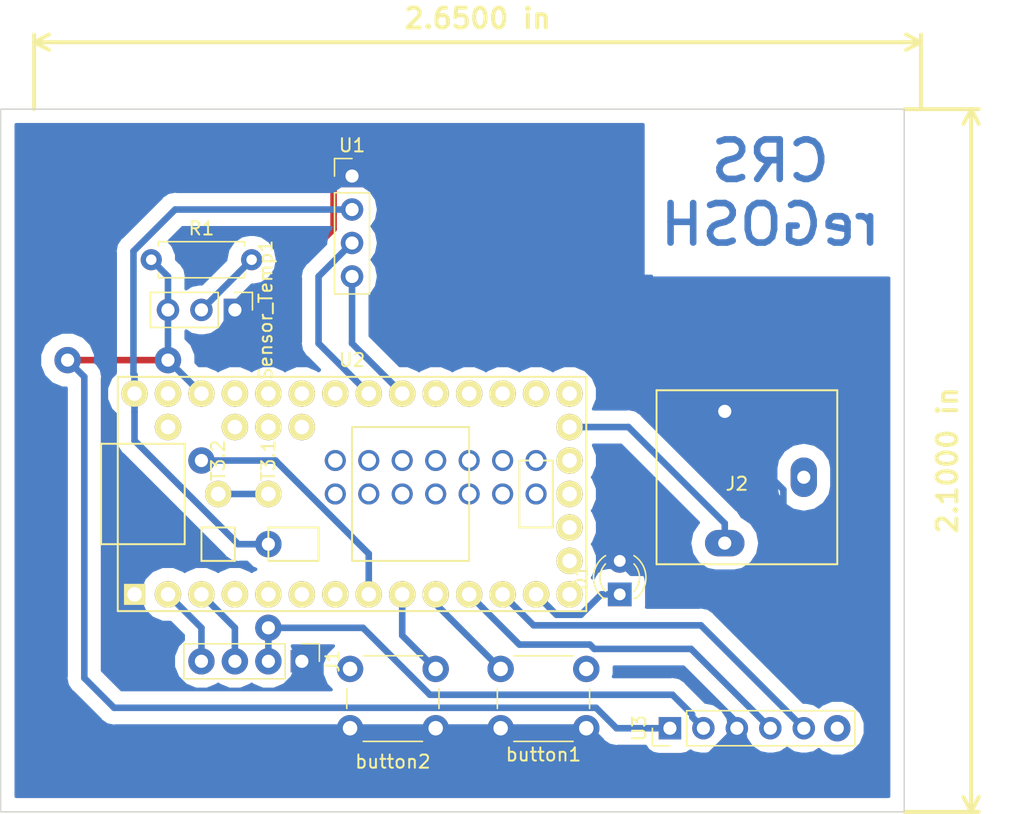
<source format=kicad_pcb>
(kicad_pcb (version 20171130) (host pcbnew 5.0.2+dfsg1-1~bpo9+1)

  (general
    (thickness 1.6)
    (drawings 7)
    (tracks 91)
    (zones 0)
    (modules 10)
    (nets 55)
  )

  (page A4)
  (layers
    (0 F.Cu signal)
    (31 B.Cu signal)
    (32 B.Adhes user)
    (33 F.Adhes user)
    (34 B.Paste user)
    (35 F.Paste user)
    (36 B.SilkS user)
    (37 F.SilkS user)
    (38 B.Mask user)
    (39 F.Mask user)
    (40 Dwgs.User user)
    (41 Cmts.User user)
    (42 Eco1.User user)
    (43 Eco2.User user)
    (44 Edge.Cuts user)
    (45 Margin user)
    (46 B.CrtYd user)
    (47 F.CrtYd user)
    (48 B.Fab user)
    (49 F.Fab user)
  )

  (setup
    (last_trace_width 0.5)
    (trace_clearance 0.3)
    (zone_clearance 1)
    (zone_45_only no)
    (trace_min 0.2)
    (segment_width 0.2)
    (edge_width 0.1)
    (via_size 2)
    (via_drill 1)
    (via_min_size 0.4)
    (via_min_drill 0.3)
    (uvia_size 0.3)
    (uvia_drill 0.1)
    (uvias_allowed no)
    (uvia_min_size 0.2)
    (uvia_min_drill 0.1)
    (pcb_text_width 0.3)
    (pcb_text_size 1.5 1.5)
    (mod_edge_width 0.15)
    (mod_text_size 1 1)
    (mod_text_width 0.15)
    (pad_size 2 2)
    (pad_drill 1)
    (pad_to_mask_clearance 0)
    (solder_mask_min_width 0.25)
    (aux_axis_origin 105.41 107.95)
    (grid_origin 105.41 107.95)
    (visible_elements FFFFFF7F)
    (pcbplotparams
      (layerselection 0x01000_fffffffe)
      (usegerberextensions false)
      (usegerberattributes false)
      (usegerberadvancedattributes false)
      (creategerberjobfile false)
      (excludeedgelayer true)
      (linewidth 0.100000)
      (plotframeref false)
      (viasonmask false)
      (mode 1)
      (useauxorigin true)
      (hpglpennumber 1)
      (hpglpenspeed 20)
      (hpglpendiameter 15.000000)
      (psnegative false)
      (psa4output false)
      (plotreference true)
      (plotvalue true)
      (plotinvisibletext false)
      (padsonsilk false)
      (subtractmaskfromsilk false)
      (outputformat 1)
      (mirror false)
      (drillshape 0)
      (scaleselection 1)
      (outputdirectory "gCode/"))
  )

  (net 0 "")
  (net 1 but1)
  (net 2 GND)
  (net 3 but2)
  (net 4 "Net-(D1-Pad1)")
  (net 5 Vin)
  (net 6 TX1)
  (net 7 RX1)
  (net 8 Audio)
  (net 9 "Net-(J2-PadR)")
  (net 10 +3V3)
  (net 11 Temp)
  (net 12 SDA)
  (net 13 SCL)
  (net 14 "Net-(U2-Pad17)")
  (net 15 "Net-(U2-Pad18)")
  (net 16 "Net-(U2-Pad20)")
  (net 17 "Net-(U2-Pad16)")
  (net 18 "Net-(U2-Pad15)")
  (net 19 "Net-(U2-Pad14)")
  (net 20 "Net-(U2-Pad21)")
  (net 21 "Net-(U2-Pad22)")
  (net 22 "Net-(U2-Pad23)")
  (net 23 "Net-(U2-Pad24)")
  (net 24 "Net-(U2-Pad27)")
  (net 25 "Net-(U2-Pad28)")
  (net 26 "Net-(U2-Pad29)")
  (net 27 "Net-(U2-Pad30)")
  (net 28 "Net-(U2-Pad32)")
  (net 29 "Net-(U2-Pad34)")
  (net 30 "Net-(U2-Pad35)")
  (net 31 "Net-(U2-Pad36)")
  (net 32 "Net-(U2-Pad37)")
  (net 33 TX2)
  (net 34 RX2)
  (net 35 "Net-(U2-Pad7)")
  (net 36 "Net-(U2-Pad6)")
  (net 37 "Net-(U2-Pad5)")
  (net 38 "Net-(U2-Pad4)")
  (net 39 "Net-(U2-Pad38)")
  (net 40 "Net-(U2-Pad39)")
  (net 41 "Net-(U2-Pad40)")
  (net 42 "Net-(U2-Pad41)")
  (net 43 "Net-(U2-Pad42)")
  (net 44 "Net-(U2-Pad43)")
  (net 45 "Net-(U2-Pad44)")
  (net 46 "Net-(U2-Pad45)")
  (net 47 "Net-(U2-Pad46)")
  (net 48 "Net-(U2-Pad47)")
  (net 49 "Net-(U2-Pad48)")
  (net 50 "Net-(U2-Pad49)")
  (net 51 "Net-(U2-Pad50)")
  (net 52 "Net-(U2-Pad51)")
  (net 53 "Net-(U2-Pad52)")
  (net 54 "Net-(U3-Pad6)")

  (net_class Default "Esta é a classe de rede padrão."
    (clearance 0.3)
    (trace_width 0.5)
    (via_dia 2)
    (via_drill 1)
    (uvia_dia 0.3)
    (uvia_drill 0.1)
    (add_net +3V3)
    (add_net Audio)
    (add_net GND)
    (add_net "Net-(D1-Pad1)")
    (add_net "Net-(J2-PadR)")
    (add_net "Net-(U2-Pad14)")
    (add_net "Net-(U2-Pad15)")
    (add_net "Net-(U2-Pad16)")
    (add_net "Net-(U2-Pad17)")
    (add_net "Net-(U2-Pad18)")
    (add_net "Net-(U2-Pad20)")
    (add_net "Net-(U2-Pad21)")
    (add_net "Net-(U2-Pad22)")
    (add_net "Net-(U2-Pad23)")
    (add_net "Net-(U2-Pad24)")
    (add_net "Net-(U2-Pad27)")
    (add_net "Net-(U2-Pad28)")
    (add_net "Net-(U2-Pad29)")
    (add_net "Net-(U2-Pad30)")
    (add_net "Net-(U2-Pad32)")
    (add_net "Net-(U2-Pad34)")
    (add_net "Net-(U2-Pad35)")
    (add_net "Net-(U2-Pad36)")
    (add_net "Net-(U2-Pad37)")
    (add_net "Net-(U2-Pad38)")
    (add_net "Net-(U2-Pad39)")
    (add_net "Net-(U2-Pad4)")
    (add_net "Net-(U2-Pad40)")
    (add_net "Net-(U2-Pad41)")
    (add_net "Net-(U2-Pad42)")
    (add_net "Net-(U2-Pad43)")
    (add_net "Net-(U2-Pad44)")
    (add_net "Net-(U2-Pad45)")
    (add_net "Net-(U2-Pad46)")
    (add_net "Net-(U2-Pad47)")
    (add_net "Net-(U2-Pad48)")
    (add_net "Net-(U2-Pad49)")
    (add_net "Net-(U2-Pad5)")
    (add_net "Net-(U2-Pad50)")
    (add_net "Net-(U2-Pad51)")
    (add_net "Net-(U2-Pad52)")
    (add_net "Net-(U2-Pad6)")
    (add_net "Net-(U2-Pad7)")
    (add_net "Net-(U3-Pad6)")
    (add_net RX1)
    (add_net RX2)
    (add_net SCL)
    (add_net SDA)
    (add_net TX1)
    (add_net TX2)
    (add_net Temp)
    (add_net Vin)
    (add_net but1)
    (add_net but2)
  )

  (module Personal:AudioJack (layer F.Cu) (tedit 5D41FB4A) (tstamp 5D5A646B)
    (at 168.91 80.01)
    (path /5D41B862)
    (fp_text reference J2 (at -5.08 0.5) (layer F.SilkS)
      (effects (font (size 1 1) (thickness 0.15)))
    )
    (fp_text value AudioJack3 (at -5.08 -0.5 90) (layer F.Fab)
      (effects (font (size 1 1) (thickness 0.15)))
    )
    (fp_line (start -11.176 -6.604) (end 2.54 -6.604) (layer F.SilkS) (width 0.15))
    (fp_line (start 2.54 -6.604) (end 2.54 6.604) (layer F.SilkS) (width 0.15))
    (fp_line (start 2.54 6.604) (end -11.176 6.604) (layer F.SilkS) (width 0.15))
    (fp_line (start -11.176 6.604) (end -11.176 -6.604) (layer F.SilkS) (width 0.15))
    (pad S thru_hole oval (at -6 -5) (size 3 2) (drill 1) (layers *.Cu *.Mask)
      (net 2 GND))
    (pad T thru_hole oval (at -6 5) (size 3 2) (drill 1) (layers *.Cu *.Mask)
      (net 8 Audio))
    (pad R thru_hole oval (at 0 0) (size 2 3) (drill 1) (layers *.Cu *.Mask)
      (net 9 "Net-(J2-PadR)"))
  )

  (module teensy_library-master:Teensy30_31_32_LC (layer F.Cu) (tedit 5D420938) (tstamp 5D5A6506)
    (at 134.62 81.28)
    (path /5D41C6BD)
    (fp_text reference U2 (at 0 -10.16) (layer F.SilkS)
      (effects (font (size 1 1) (thickness 0.15)))
    )
    (fp_text value Teensy3.2 (at 0 10.16) (layer F.Fab)
      (effects (font (size 1 1) (thickness 0.15)))
    )
    (fp_text user T3.2 (at -10.16 -2.54 90) (layer F.SilkS)
      (effects (font (size 1 1) (thickness 0.15)))
    )
    (fp_text user T3.1 (at -6.35 -2.54 90) (layer F.SilkS)
      (effects (font (size 1 1) (thickness 0.15)))
    )
    (fp_line (start -17.78 3.81) (end -19.05 3.81) (layer F.SilkS) (width 0.15))
    (fp_line (start -19.05 3.81) (end -19.05 -3.81) (layer F.SilkS) (width 0.15))
    (fp_line (start -19.05 -3.81) (end -17.78 -3.81) (layer F.SilkS) (width 0.15))
    (fp_line (start -6.35 5.08) (end -2.54 5.08) (layer F.SilkS) (width 0.15))
    (fp_line (start -2.54 5.08) (end -2.54 2.54) (layer F.SilkS) (width 0.15))
    (fp_line (start -2.54 2.54) (end -6.35 2.54) (layer F.SilkS) (width 0.15))
    (fp_line (start -6.35 2.54) (end -6.35 5.08) (layer F.SilkS) (width 0.15))
    (fp_line (start -12.7 3.81) (end -12.7 -3.81) (layer F.SilkS) (width 0.15))
    (fp_line (start -12.7 -3.81) (end -17.78 -3.81) (layer F.SilkS) (width 0.15))
    (fp_line (start -12.7 3.81) (end -17.78 3.81) (layer F.SilkS) (width 0.15))
    (fp_line (start -11.43 5.08) (end -8.89 5.08) (layer F.SilkS) (width 0.15))
    (fp_line (start -8.89 5.08) (end -8.89 2.54) (layer F.SilkS) (width 0.15))
    (fp_line (start -8.89 2.54) (end -11.43 2.54) (layer F.SilkS) (width 0.15))
    (fp_line (start -11.43 2.54) (end -11.43 5.08) (layer F.SilkS) (width 0.15))
    (fp_line (start 15.24 -2.54) (end 15.24 2.54) (layer F.SilkS) (width 0.15))
    (fp_line (start 15.24 2.54) (end 12.7 2.54) (layer F.SilkS) (width 0.15))
    (fp_line (start 12.7 2.54) (end 12.7 -2.54) (layer F.SilkS) (width 0.15))
    (fp_line (start 12.7 -2.54) (end 15.24 -2.54) (layer F.SilkS) (width 0.15))
    (fp_line (start 8.89 5.08) (end 8.89 -5.08) (layer F.SilkS) (width 0.15))
    (fp_line (start 0 -5.08) (end 0 5.08) (layer F.SilkS) (width 0.15))
    (fp_line (start 8.89 -5.08) (end 0 -5.08) (layer F.SilkS) (width 0.15))
    (fp_line (start 8.89 5.08) (end 0 5.08) (layer F.SilkS) (width 0.15))
    (fp_line (start -17.78 -8.89) (end 17.78 -8.89) (layer F.SilkS) (width 0.15))
    (fp_line (start 17.78 -8.89) (end 17.78 8.89) (layer F.SilkS) (width 0.15))
    (fp_line (start 17.78 8.89) (end -17.78 8.89) (layer F.SilkS) (width 0.15))
    (fp_line (start -17.78 8.89) (end -17.78 -8.89) (layer F.SilkS) (width 0.15))
    (pad 17 thru_hole circle (at 16.51 0) (size 2 2) (drill 1.1) (layers *.Cu *.Mask F.SilkS)
      (net 14 "Net-(U2-Pad17)"))
    (pad 18 thru_hole circle (at 16.51 -2.54) (size 2 2) (drill 1.1) (layers *.Cu *.Mask F.SilkS)
      (net 15 "Net-(U2-Pad18)"))
    (pad 19 thru_hole circle (at 16.51 -5.08) (size 2 2) (drill 1.1) (layers *.Cu *.Mask F.SilkS)
      (net 8 Audio))
    (pad 20 thru_hole circle (at 16.51 -7.62) (size 2 2) (drill 1.1) (layers *.Cu *.Mask F.SilkS)
      (net 16 "Net-(U2-Pad20)"))
    (pad 16 thru_hole circle (at 16.51 2.54) (size 2 2) (drill 1.1) (layers *.Cu *.Mask F.SilkS)
      (net 17 "Net-(U2-Pad16)"))
    (pad 15 thru_hole circle (at 16.51 5.08) (size 2 2) (drill 1.1) (layers *.Cu *.Mask F.SilkS)
      (net 18 "Net-(U2-Pad15)"))
    (pad 14 thru_hole circle (at 16.51 7.62) (size 2 2) (drill 1.1) (layers *.Cu *.Mask F.SilkS)
      (net 19 "Net-(U2-Pad14)"))
    (pad 21 thru_hole circle (at 13.97 -7.62) (size 2 2) (drill 1.1) (layers *.Cu *.Mask F.SilkS)
      (net 20 "Net-(U2-Pad21)"))
    (pad 22 thru_hole circle (at 11.43 -7.62) (size 2 2) (drill 1.1) (layers *.Cu *.Mask F.SilkS)
      (net 21 "Net-(U2-Pad22)"))
    (pad 23 thru_hole circle (at 8.89 -7.62) (size 2 2) (drill 1.1) (layers *.Cu *.Mask F.SilkS)
      (net 22 "Net-(U2-Pad23)"))
    (pad 24 thru_hole circle (at 6.35 -7.62) (size 2 2) (drill 1.1) (layers *.Cu *.Mask F.SilkS)
      (net 23 "Net-(U2-Pad24)"))
    (pad 25 thru_hole circle (at 3.81 -7.62) (size 2 2) (drill 1.1) (layers *.Cu *.Mask F.SilkS)
      (net 12 SDA))
    (pad 26 thru_hole circle (at 1.27 -7.62) (size 2 2) (drill 1.1) (layers *.Cu *.Mask F.SilkS)
      (net 13 SCL))
    (pad 27 thru_hole circle (at -1.27 -7.62) (size 2 2) (drill 1.1) (layers *.Cu *.Mask F.SilkS)
      (net 24 "Net-(U2-Pad27)"))
    (pad 28 thru_hole circle (at -3.81 -7.62) (size 2 2) (drill 1.1) (layers *.Cu *.Mask F.SilkS)
      (net 25 "Net-(U2-Pad28)"))
    (pad 29 thru_hole circle (at -6.35 -7.62) (size 2 2) (drill 1.1) (layers *.Cu *.Mask F.SilkS)
      (net 26 "Net-(U2-Pad29)"))
    (pad 30 thru_hole circle (at -8.89 -7.62) (size 2 2) (drill 1.1) (layers *.Cu *.Mask F.SilkS)
      (net 27 "Net-(U2-Pad30)"))
    (pad 31 thru_hole circle (at -11.43 -7.62) (size 2 2) (drill 1.1) (layers *.Cu *.Mask F.SilkS)
      (net 10 +3V3))
    (pad 32 thru_hole circle (at -13.97 -7.62) (size 2 2) (drill 1.1) (layers *.Cu *.Mask F.SilkS)
      (net 28 "Net-(U2-Pad32)"))
    (pad 33 thru_hole circle (at -16.51 -7.62) (size 2 2) (drill 1.1) (layers *.Cu *.Mask F.SilkS)
      (net 5 Vin))
    (pad 34 thru_hole circle (at -13.97 -5.08) (size 2 2) (drill 1.1) (layers *.Cu *.Mask F.SilkS)
      (net 29 "Net-(U2-Pad34)"))
    (pad 35 thru_hole circle (at -8.89 -5.08) (size 2 2) (drill 1.1) (layers *.Cu *.Mask F.SilkS)
      (net 30 "Net-(U2-Pad35)"))
    (pad 36 thru_hole circle (at -6.35 -5.08) (size 2 2) (drill 1.1) (layers *.Cu *.Mask F.SilkS)
      (net 31 "Net-(U2-Pad36)"))
    (pad 37 thru_hole circle (at -3.81 -5.08) (size 2 2) (drill 1.1) (layers *.Cu *.Mask F.SilkS)
      (net 32 "Net-(U2-Pad37)"))
    (pad 13 thru_hole circle (at 13.97 7.62) (size 2 2) (drill 1.1) (layers *.Cu *.Mask F.SilkS)
      (net 4 "Net-(D1-Pad1)"))
    (pad 12 thru_hole circle (at 11.43 7.62) (size 2 2) (drill 1.1) (layers *.Cu *.Mask F.SilkS)
      (net 33 TX2))
    (pad 11 thru_hole circle (at 8.89 7.62) (size 2 2) (drill 1.1) (layers *.Cu *.Mask F.SilkS)
      (net 34 RX2))
    (pad 10 thru_hole circle (at 6.35 7.62) (size 2 2) (drill 1.1) (layers *.Cu *.Mask F.SilkS)
      (net 1 but1))
    (pad 9 thru_hole circle (at 3.81 7.62) (size 2 2) (drill 1.1) (layers *.Cu *.Mask F.SilkS)
      (net 3 but2))
    (pad 8 thru_hole circle (at 1.27 7.62) (size 2 2) (drill 1.1) (layers *.Cu *.Mask F.SilkS)
      (net 11 Temp))
    (pad 7 thru_hole circle (at -1.27 7.62) (size 2 2) (drill 1.1) (layers *.Cu *.Mask F.SilkS)
      (net 35 "Net-(U2-Pad7)"))
    (pad 6 thru_hole circle (at -3.81 7.62) (size 2 2) (drill 1.1) (layers *.Cu *.Mask F.SilkS)
      (net 36 "Net-(U2-Pad6)"))
    (pad 5 thru_hole circle (at -6.35 7.62) (size 2 2) (drill 1.1) (layers *.Cu *.Mask F.SilkS)
      (net 37 "Net-(U2-Pad5)"))
    (pad 4 thru_hole circle (at -8.89 7.62) (size 2 2) (drill 1.1) (layers *.Cu *.Mask F.SilkS)
      (net 38 "Net-(U2-Pad4)"))
    (pad 3 thru_hole circle (at -11.43 7.62) (size 2 2) (drill 1.1) (layers *.Cu *.Mask F.SilkS)
      (net 6 TX1))
    (pad 2 thru_hole circle (at -13.97 7.62) (size 2 2) (drill 1.1) (layers *.Cu *.Mask F.SilkS)
      (net 7 RX1))
    (pad 1 thru_hole rect (at -16.51 7.62) (size 1.6 1.6) (drill 1.1) (layers *.Cu *.Mask F.SilkS)
      (net 2 GND))
    (pad 38 thru_hole circle (at -1.27 0) (size 1.6 1.6) (drill 1.1) (layers *.Cu *.Mask)
      (net 39 "Net-(U2-Pad38)"))
    (pad 39 thru_hole circle (at 1.27 0) (size 1.6 1.6) (drill 1.1) (layers *.Cu *.Mask)
      (net 40 "Net-(U2-Pad39)"))
    (pad 40 thru_hole circle (at 3.81 0) (size 1.6 1.6) (drill 1.1) (layers *.Cu *.Mask)
      (net 41 "Net-(U2-Pad40)"))
    (pad 41 thru_hole circle (at 6.35 0) (size 1.6 1.6) (drill 1.1) (layers *.Cu *.Mask)
      (net 42 "Net-(U2-Pad41)"))
    (pad 42 thru_hole circle (at 8.89 0) (size 1.6 1.6) (drill 1.1) (layers *.Cu *.Mask)
      (net 43 "Net-(U2-Pad42)"))
    (pad 43 thru_hole circle (at 11.43 0) (size 1.6 1.6) (drill 1.1) (layers *.Cu *.Mask)
      (net 44 "Net-(U2-Pad43)"))
    (pad 44 thru_hole circle (at 13.97 0) (size 1.6 1.6) (drill 1.1) (layers *.Cu *.Mask)
      (net 45 "Net-(U2-Pad44)"))
    (pad 45 thru_hole circle (at 13.97 -2.54) (size 1.6 1.6) (drill 1.1) (layers *.Cu *.Mask)
      (net 46 "Net-(U2-Pad45)"))
    (pad 46 thru_hole circle (at 11.43 -2.54) (size 1.6 1.6) (drill 1.1) (layers *.Cu *.Mask)
      (net 47 "Net-(U2-Pad46)"))
    (pad 47 thru_hole circle (at 8.89 -2.54) (size 1.6 1.6) (drill 1.1) (layers *.Cu *.Mask)
      (net 48 "Net-(U2-Pad47)"))
    (pad 48 thru_hole circle (at 6.35 -2.54) (size 1.6 1.6) (drill 1.1) (layers *.Cu *.Mask)
      (net 49 "Net-(U2-Pad48)"))
    (pad 49 thru_hole circle (at 3.81 -2.54) (size 1.6 1.6) (drill 1.1) (layers *.Cu *.Mask)
      (net 50 "Net-(U2-Pad49)"))
    (pad 50 thru_hole circle (at 1.27 -2.54) (size 1.6 1.6) (drill 1.1) (layers *.Cu *.Mask)
      (net 51 "Net-(U2-Pad50)"))
    (pad 51 thru_hole circle (at -1.27 -2.54) (size 1.6 1.6) (drill 1.1) (layers *.Cu *.Mask)
      (net 52 "Net-(U2-Pad51)"))
    (pad 52 thru_hole circle (at -6.35 0) (size 2 2) (drill 1.1) (layers *.Cu *.Mask F.SilkS)
      (net 53 "Net-(U2-Pad52)"))
    (pad 52 thru_hole circle (at -10.16 0) (size 2 2) (drill 1.1) (layers *.Cu *.Mask F.SilkS)
      (net 53 "Net-(U2-Pad52)"))
  )

  (module Button_Switch_THT:SW_PUSH_6mm (layer F.Cu) (tedit 5A02FE31) (tstamp 5D5A6415)
    (at 152.4 99.06 180)
    (descr https://www.omron.com/ecb/products/pdf/en-b3f.pdf)
    (tags "tact sw push 6mm")
    (path /5D41C854)
    (fp_text reference button1 (at 3.25 -2 180) (layer F.SilkS)
      (effects (font (size 1 1) (thickness 0.15)))
    )
    (fp_text value SW_Push_Dual (at 3.75 6.7 180) (layer F.Fab)
      (effects (font (size 1 1) (thickness 0.15)))
    )
    (fp_text user %R (at 3.25 2.25 180) (layer F.Fab)
      (effects (font (size 1 1) (thickness 0.15)))
    )
    (fp_line (start 3.25 -0.75) (end 6.25 -0.75) (layer F.Fab) (width 0.1))
    (fp_line (start 6.25 -0.75) (end 6.25 5.25) (layer F.Fab) (width 0.1))
    (fp_line (start 6.25 5.25) (end 0.25 5.25) (layer F.Fab) (width 0.1))
    (fp_line (start 0.25 5.25) (end 0.25 -0.75) (layer F.Fab) (width 0.1))
    (fp_line (start 0.25 -0.75) (end 3.25 -0.75) (layer F.Fab) (width 0.1))
    (fp_line (start 7.75 6) (end 8 6) (layer F.CrtYd) (width 0.05))
    (fp_line (start 8 6) (end 8 5.75) (layer F.CrtYd) (width 0.05))
    (fp_line (start 7.75 -1.5) (end 8 -1.5) (layer F.CrtYd) (width 0.05))
    (fp_line (start 8 -1.5) (end 8 -1.25) (layer F.CrtYd) (width 0.05))
    (fp_line (start -1.5 -1.25) (end -1.5 -1.5) (layer F.CrtYd) (width 0.05))
    (fp_line (start -1.5 -1.5) (end -1.25 -1.5) (layer F.CrtYd) (width 0.05))
    (fp_line (start -1.5 5.75) (end -1.5 6) (layer F.CrtYd) (width 0.05))
    (fp_line (start -1.5 6) (end -1.25 6) (layer F.CrtYd) (width 0.05))
    (fp_line (start -1.25 -1.5) (end 7.75 -1.5) (layer F.CrtYd) (width 0.05))
    (fp_line (start -1.5 5.75) (end -1.5 -1.25) (layer F.CrtYd) (width 0.05))
    (fp_line (start 7.75 6) (end -1.25 6) (layer F.CrtYd) (width 0.05))
    (fp_line (start 8 -1.25) (end 8 5.75) (layer F.CrtYd) (width 0.05))
    (fp_line (start 1 5.5) (end 5.5 5.5) (layer F.SilkS) (width 0.12))
    (fp_line (start -0.25 1.5) (end -0.25 3) (layer F.SilkS) (width 0.12))
    (fp_line (start 5.5 -1) (end 1 -1) (layer F.SilkS) (width 0.12))
    (fp_line (start 6.75 3) (end 6.75 1.5) (layer F.SilkS) (width 0.12))
    (fp_circle (center 3.25 2.25) (end 1.25 2.5) (layer F.Fab) (width 0.1))
    (pad 2 thru_hole circle (at 0 4.5 270) (size 2 2) (drill 1.1) (layers *.Cu *.Mask)
      (net 1 but1))
    (pad 1 thru_hole circle (at 0 0 270) (size 2 2) (drill 1.1) (layers *.Cu *.Mask)
      (net 2 GND))
    (pad 2 thru_hole circle (at 6.5 4.5 270) (size 2 2) (drill 1.1) (layers *.Cu *.Mask)
      (net 1 but1))
    (pad 1 thru_hole circle (at 6.5 0 270) (size 2 2) (drill 1.1) (layers *.Cu *.Mask)
      (net 2 GND))
    (model ${KISYS3DMOD}/Button_Switch_THT.3dshapes/SW_PUSH_6mm.wrl
      (at (xyz 0 0 0))
      (scale (xyz 1 1 1))
      (rotate (xyz 0 0 0))
    )
  )

  (module Button_Switch_THT:SW_PUSH_6mm (layer F.Cu) (tedit 5A02FE31) (tstamp 5D5A9069)
    (at 140.97 99.06 180)
    (descr https://www.omron.com/ecb/products/pdf/en-b3f.pdf)
    (tags "tact sw push 6mm")
    (path /5D41C8F8)
    (fp_text reference button2 (at 3.25 -2.54 180) (layer F.SilkS)
      (effects (font (size 1 1) (thickness 0.15)))
    )
    (fp_text value SW_Push_Dual (at 3.75 6.7 180) (layer F.Fab)
      (effects (font (size 1 1) (thickness 0.15)))
    )
    (fp_circle (center 3.25 2.25) (end 1.25 2.5) (layer F.Fab) (width 0.1))
    (fp_line (start 6.75 3) (end 6.75 1.5) (layer F.SilkS) (width 0.12))
    (fp_line (start 5.5 -1) (end 1 -1) (layer F.SilkS) (width 0.12))
    (fp_line (start -0.25 1.5) (end -0.25 3) (layer F.SilkS) (width 0.12))
    (fp_line (start 1 5.5) (end 5.5 5.5) (layer F.SilkS) (width 0.12))
    (fp_line (start 8 -1.25) (end 8 5.75) (layer F.CrtYd) (width 0.05))
    (fp_line (start 7.75 6) (end -1.25 6) (layer F.CrtYd) (width 0.05))
    (fp_line (start -1.5 5.75) (end -1.5 -1.25) (layer F.CrtYd) (width 0.05))
    (fp_line (start -1.25 -1.5) (end 7.75 -1.5) (layer F.CrtYd) (width 0.05))
    (fp_line (start -1.5 6) (end -1.25 6) (layer F.CrtYd) (width 0.05))
    (fp_line (start -1.5 5.75) (end -1.5 6) (layer F.CrtYd) (width 0.05))
    (fp_line (start -1.5 -1.5) (end -1.25 -1.5) (layer F.CrtYd) (width 0.05))
    (fp_line (start -1.5 -1.25) (end -1.5 -1.5) (layer F.CrtYd) (width 0.05))
    (fp_line (start 8 -1.5) (end 8 -1.25) (layer F.CrtYd) (width 0.05))
    (fp_line (start 7.75 -1.5) (end 8 -1.5) (layer F.CrtYd) (width 0.05))
    (fp_line (start 8 6) (end 8 5.75) (layer F.CrtYd) (width 0.05))
    (fp_line (start 7.75 6) (end 8 6) (layer F.CrtYd) (width 0.05))
    (fp_line (start 0.25 -0.75) (end 3.25 -0.75) (layer F.Fab) (width 0.1))
    (fp_line (start 0.25 5.25) (end 0.25 -0.75) (layer F.Fab) (width 0.1))
    (fp_line (start 6.25 5.25) (end 0.25 5.25) (layer F.Fab) (width 0.1))
    (fp_line (start 6.25 -0.75) (end 6.25 5.25) (layer F.Fab) (width 0.1))
    (fp_line (start 3.25 -0.75) (end 6.25 -0.75) (layer F.Fab) (width 0.1))
    (fp_text user %R (at 3.25 2.54 270) (layer F.Fab)
      (effects (font (size 1 1) (thickness 0.15)))
    )
    (pad 1 thru_hole circle (at 6.5 0 270) (size 2 2) (drill 1.1) (layers *.Cu *.Mask)
      (net 2 GND))
    (pad 2 thru_hole circle (at 6.5 4.5 270) (size 2 2) (drill 1.1) (layers *.Cu *.Mask)
      (net 3 but2))
    (pad 1 thru_hole circle (at 0 0 270) (size 2 2) (drill 1.1) (layers *.Cu *.Mask)
      (net 2 GND))
    (pad 2 thru_hole circle (at 0 4.5 270) (size 2 2) (drill 1.1) (layers *.Cu *.Mask)
      (net 3 but2))
    (model ${KISYS3DMOD}/Button_Switch_THT.3dshapes/SW_PUSH_6mm.wrl
      (at (xyz 0 0 0))
      (scale (xyz 1 1 1))
      (rotate (xyz 0 0 0))
    )
  )

  (module LED_THT:LED_D3.0mm_IRBlack (layer F.Cu) (tedit 5A6C9BB8) (tstamp 5D5A6448)
    (at 154.94 88.9 90)
    (descr "IR-ED, diameter 3.0mm, 2 pins, color: black")
    (tags "IR infrared LED diameter 3.0mm 2 pins black")
    (path /5D41C581)
    (fp_text reference D1 (at 1.27 -2.96 90) (layer F.SilkS)
      (effects (font (size 1 1) (thickness 0.15)))
    )
    (fp_text value LED (at 1.27 2.96 90) (layer F.Fab)
      (effects (font (size 1 1) (thickness 0.15)))
    )
    (fp_text user %R (at 1.47 0 90) (layer F.Fab)
      (effects (font (size 0.8 0.8) (thickness 0.12)))
    )
    (fp_line (start -0.23 -1.16619) (end -0.23 1.16619) (layer F.Fab) (width 0.1))
    (fp_line (start -0.29 -1.236) (end -0.29 -1.08) (layer F.SilkS) (width 0.12))
    (fp_line (start -0.29 1.08) (end -0.29 1.236) (layer F.SilkS) (width 0.12))
    (fp_line (start -1.15 -2.25) (end -1.15 2.25) (layer F.CrtYd) (width 0.05))
    (fp_line (start -1.15 2.25) (end 3.7 2.25) (layer F.CrtYd) (width 0.05))
    (fp_line (start 3.7 2.25) (end 3.7 -2.25) (layer F.CrtYd) (width 0.05))
    (fp_line (start 3.7 -2.25) (end -1.15 -2.25) (layer F.CrtYd) (width 0.05))
    (fp_circle (center 1.27 0) (end 2.77 0) (layer F.Fab) (width 0.1))
    (fp_arc (start 1.27 0) (end -0.23 -1.16619) (angle 284.3) (layer F.Fab) (width 0.1))
    (fp_arc (start 1.27 0) (end -0.29 -1.235516) (angle 108.8) (layer F.SilkS) (width 0.12))
    (fp_arc (start 1.27 0) (end -0.29 1.235516) (angle -108.8) (layer F.SilkS) (width 0.12))
    (fp_arc (start 1.27 0) (end 0.229039 -1.08) (angle 87.9) (layer F.SilkS) (width 0.12))
    (fp_arc (start 1.27 0) (end 0.229039 1.08) (angle -87.9) (layer F.SilkS) (width 0.12))
    (pad 1 thru_hole rect (at 0 0 90) (size 1.8 1.8) (drill 0.9) (layers *.Cu *.Mask)
      (net 4 "Net-(D1-Pad1)"))
    (pad 2 thru_hole circle (at 2.54 0 90) (size 1.8 1.8) (drill 0.9) (layers *.Cu *.Mask)
      (net 2 GND))
    (model ${KISYS3DMOD}/LED_THT.3dshapes/LED_D3.0mm_IRBlack.wrl
      (at (xyz 0 0 0))
      (scale (xyz 1 1 1))
      (rotate (xyz 0 0 0))
    )
  )

  (module Connector_PinHeader_2.54mm:PinHeader_1x04_P2.54mm_Vertical (layer F.Cu) (tedit 5D420A01) (tstamp 5D5A6460)
    (at 130.81 93.98 270)
    (descr "Through hole straight pin header, 1x04, 2.54mm pitch, single row")
    (tags "Through hole pin header THT 1x04 2.54mm single row")
    (path /5D41A80D)
    (fp_text reference J1 (at 0 -2.33 270) (layer F.SilkS)
      (effects (font (size 1 1) (thickness 0.15)))
    )
    (fp_text value Sensor_CO2 (at 0 9.95 270) (layer F.Fab)
      (effects (font (size 1 1) (thickness 0.15)))
    )
    (fp_line (start -0.635 -1.27) (end 1.27 -1.27) (layer F.Fab) (width 0.1))
    (fp_line (start 1.27 -1.27) (end 1.27 8.89) (layer F.Fab) (width 0.1))
    (fp_line (start 1.27 8.89) (end -1.27 8.89) (layer F.Fab) (width 0.1))
    (fp_line (start -1.27 8.89) (end -1.27 -0.635) (layer F.Fab) (width 0.1))
    (fp_line (start -1.27 -0.635) (end -0.635 -1.27) (layer F.Fab) (width 0.1))
    (fp_line (start -1.33 8.95) (end 1.33 8.95) (layer F.SilkS) (width 0.12))
    (fp_line (start -1.33 1.27) (end -1.33 8.95) (layer F.SilkS) (width 0.12))
    (fp_line (start 1.33 1.27) (end 1.33 8.95) (layer F.SilkS) (width 0.12))
    (fp_line (start -1.33 1.27) (end 1.33 1.27) (layer F.SilkS) (width 0.12))
    (fp_line (start -1.33 0) (end -1.33 -1.33) (layer F.SilkS) (width 0.12))
    (fp_line (start -1.33 -1.33) (end 0 -1.33) (layer F.SilkS) (width 0.12))
    (fp_line (start -1.8 -1.8) (end -1.8 9.4) (layer F.CrtYd) (width 0.05))
    (fp_line (start -1.8 9.4) (end 1.8 9.4) (layer F.CrtYd) (width 0.05))
    (fp_line (start 1.8 9.4) (end 1.8 -1.8) (layer F.CrtYd) (width 0.05))
    (fp_line (start 1.8 -1.8) (end -1.8 -1.8) (layer F.CrtYd) (width 0.05))
    (fp_text user %R (at 0 3.81) (layer F.Fab)
      (effects (font (size 1 1) (thickness 0.15)))
    )
    (pad 1 thru_hole rect (at 0 0 270) (size 1.7 1.7) (drill 1) (layers *.Cu *.Mask)
      (net 2 GND))
    (pad 2 thru_hole circle (at 0 2.54 270) (size 2 2) (drill 1) (layers *.Cu *.Mask)
      (net 5 Vin))
    (pad 3 thru_hole circle (at 0 5.08 270) (size 2 2) (drill 1) (layers *.Cu *.Mask)
      (net 6 TX1))
    (pad 4 thru_hole circle (at 0 7.62 270) (size 2 2) (drill 1) (layers *.Cu *.Mask)
      (net 7 RX1))
    (model ${KISYS3DMOD}/Connector_PinHeader_2.54mm.3dshapes/PinHeader_1x04_P2.54mm_Vertical.wrl
      (at (xyz 0 0 0))
      (scale (xyz 1 1 1))
      (rotate (xyz 0 0 0))
    )
  )

  (module Resistor_THT:R_Axial_DIN0207_L6.3mm_D2.5mm_P7.62mm_Horizontal (layer F.Cu) (tedit 5AE5139B) (tstamp 5D5A6482)
    (at 119.38 63.5)
    (descr "Resistor, Axial_DIN0207 series, Axial, Horizontal, pin pitch=7.62mm, 0.25W = 1/4W, length*diameter=6.3*2.5mm^2, http://cdn-reichelt.de/documents/datenblatt/B400/1_4W%23YAG.pdf")
    (tags "Resistor Axial_DIN0207 series Axial Horizontal pin pitch 7.62mm 0.25W = 1/4W length 6.3mm diameter 2.5mm")
    (path /5D41CF41)
    (fp_text reference R1 (at 3.81 -2.37) (layer F.SilkS)
      (effects (font (size 1 1) (thickness 0.15)))
    )
    (fp_text value 4.7K (at 3.81 2.37) (layer F.Fab)
      (effects (font (size 1 1) (thickness 0.15)))
    )
    (fp_line (start 0.66 -1.25) (end 0.66 1.25) (layer F.Fab) (width 0.1))
    (fp_line (start 0.66 1.25) (end 6.96 1.25) (layer F.Fab) (width 0.1))
    (fp_line (start 6.96 1.25) (end 6.96 -1.25) (layer F.Fab) (width 0.1))
    (fp_line (start 6.96 -1.25) (end 0.66 -1.25) (layer F.Fab) (width 0.1))
    (fp_line (start 0 0) (end 0.66 0) (layer F.Fab) (width 0.1))
    (fp_line (start 7.62 0) (end 6.96 0) (layer F.Fab) (width 0.1))
    (fp_line (start 0.54 -1.04) (end 0.54 -1.37) (layer F.SilkS) (width 0.12))
    (fp_line (start 0.54 -1.37) (end 7.08 -1.37) (layer F.SilkS) (width 0.12))
    (fp_line (start 7.08 -1.37) (end 7.08 -1.04) (layer F.SilkS) (width 0.12))
    (fp_line (start 0.54 1.04) (end 0.54 1.37) (layer F.SilkS) (width 0.12))
    (fp_line (start 0.54 1.37) (end 7.08 1.37) (layer F.SilkS) (width 0.12))
    (fp_line (start 7.08 1.37) (end 7.08 1.04) (layer F.SilkS) (width 0.12))
    (fp_line (start -1.05 -1.5) (end -1.05 1.5) (layer F.CrtYd) (width 0.05))
    (fp_line (start -1.05 1.5) (end 8.67 1.5) (layer F.CrtYd) (width 0.05))
    (fp_line (start 8.67 1.5) (end 8.67 -1.5) (layer F.CrtYd) (width 0.05))
    (fp_line (start 8.67 -1.5) (end -1.05 -1.5) (layer F.CrtYd) (width 0.05))
    (fp_text user %R (at 3.81 0) (layer F.Fab)
      (effects (font (size 1 1) (thickness 0.15)))
    )
    (pad 1 thru_hole circle (at 0 0) (size 1.6 1.6) (drill 0.8) (layers *.Cu *.Mask)
      (net 10 +3V3))
    (pad 2 thru_hole oval (at 7.62 0) (size 1.6 1.6) (drill 0.8) (layers *.Cu *.Mask)
      (net 11 Temp))
    (model ${KISYS3DMOD}/Resistor_THT.3dshapes/R_Axial_DIN0207_L6.3mm_D2.5mm_P7.62mm_Horizontal.wrl
      (at (xyz 0 0 0))
      (scale (xyz 1 1 1))
      (rotate (xyz 0 0 0))
    )
  )

  (module Connector_PinHeader_2.54mm:PinHeader_1x03_P2.54mm_Vertical (layer F.Cu) (tedit 59FED5CC) (tstamp 5D5A6499)
    (at 125.73 67.31 270)
    (descr "Through hole straight pin header, 1x03, 2.54mm pitch, single row")
    (tags "Through hole pin header THT 1x03 2.54mm single row")
    (path /5D419D78)
    (fp_text reference Sensor_Temp1 (at 0 -2.33 270) (layer F.SilkS)
      (effects (font (size 1 1) (thickness 0.15)))
    )
    (fp_text value DS1822 (at -1.27 6.35 270) (layer F.Fab)
      (effects (font (size 1 1) (thickness 0.15)))
    )
    (fp_line (start -0.635 -1.27) (end 1.27 -1.27) (layer F.Fab) (width 0.1))
    (fp_line (start 1.27 -1.27) (end 1.27 6.35) (layer F.Fab) (width 0.1))
    (fp_line (start 1.27 6.35) (end -1.27 6.35) (layer F.Fab) (width 0.1))
    (fp_line (start -1.27 6.35) (end -1.27 -0.635) (layer F.Fab) (width 0.1))
    (fp_line (start -1.27 -0.635) (end -0.635 -1.27) (layer F.Fab) (width 0.1))
    (fp_line (start -1.33 6.41) (end 1.33 6.41) (layer F.SilkS) (width 0.12))
    (fp_line (start -1.33 1.27) (end -1.33 6.41) (layer F.SilkS) (width 0.12))
    (fp_line (start 1.33 1.27) (end 1.33 6.41) (layer F.SilkS) (width 0.12))
    (fp_line (start -1.33 1.27) (end 1.33 1.27) (layer F.SilkS) (width 0.12))
    (fp_line (start -1.33 0) (end -1.33 -1.33) (layer F.SilkS) (width 0.12))
    (fp_line (start -1.33 -1.33) (end 0 -1.33) (layer F.SilkS) (width 0.12))
    (fp_line (start -1.8 -1.8) (end -1.8 6.85) (layer F.CrtYd) (width 0.05))
    (fp_line (start -1.8 6.85) (end 1.8 6.85) (layer F.CrtYd) (width 0.05))
    (fp_line (start 1.8 6.85) (end 1.8 -1.8) (layer F.CrtYd) (width 0.05))
    (fp_line (start 1.8 -1.8) (end -1.8 -1.8) (layer F.CrtYd) (width 0.05))
    (fp_text user %R (at 0 2.54) (layer F.Fab)
      (effects (font (size 1 1) (thickness 0.15)))
    )
    (pad 1 thru_hole rect (at 0 0 270) (size 1.7 1.7) (drill 1) (layers *.Cu *.Mask)
      (net 2 GND))
    (pad 2 thru_hole oval (at 0 2.54 270) (size 1.7 1.7) (drill 1) (layers *.Cu *.Mask)
      (net 11 Temp))
    (pad 3 thru_hole oval (at 0 5.08 270) (size 1.7 1.7) (drill 1) (layers *.Cu *.Mask)
      (net 10 +3V3))
    (model ${KISYS3DMOD}/Connector_PinHeader_2.54mm.3dshapes/PinHeader_1x03_P2.54mm_Vertical.wrl
      (at (xyz 0 0 0))
      (scale (xyz 1 1 1))
      (rotate (xyz 0 0 0))
    )
  )

  (module Connector_PinHeader_2.54mm:PinHeader_1x04_P2.54mm_Vertical (layer F.Cu) (tedit 59FED5CC) (tstamp 5D5A64B1)
    (at 134.62 57.15)
    (descr "Through hole straight pin header, 1x04, 2.54mm pitch, single row")
    (tags "Through hole pin header THT 1x04 2.54mm single row")
    (path /5D41CABA)
    (fp_text reference U1 (at 0 -2.33) (layer F.SilkS)
      (effects (font (size 1 1) (thickness 0.15)))
    )
    (fp_text value OLED (at 0 9.95) (layer F.Fab)
      (effects (font (size 1 1) (thickness 0.15)))
    )
    (fp_text user %R (at 0 3.81 180) (layer F.Fab)
      (effects (font (size 1 1) (thickness 0.15)))
    )
    (fp_line (start 1.8 -1.8) (end -1.8 -1.8) (layer F.CrtYd) (width 0.05))
    (fp_line (start 1.8 9.4) (end 1.8 -1.8) (layer F.CrtYd) (width 0.05))
    (fp_line (start -1.8 9.4) (end 1.8 9.4) (layer F.CrtYd) (width 0.05))
    (fp_line (start -1.8 -1.8) (end -1.8 9.4) (layer F.CrtYd) (width 0.05))
    (fp_line (start -1.33 -1.33) (end 0 -1.33) (layer F.SilkS) (width 0.12))
    (fp_line (start -1.33 0) (end -1.33 -1.33) (layer F.SilkS) (width 0.12))
    (fp_line (start -1.33 1.27) (end 1.33 1.27) (layer F.SilkS) (width 0.12))
    (fp_line (start 1.33 1.27) (end 1.33 8.95) (layer F.SilkS) (width 0.12))
    (fp_line (start -1.33 1.27) (end -1.33 8.95) (layer F.SilkS) (width 0.12))
    (fp_line (start -1.33 8.95) (end 1.33 8.95) (layer F.SilkS) (width 0.12))
    (fp_line (start -1.27 -0.635) (end -0.635 -1.27) (layer F.Fab) (width 0.1))
    (fp_line (start -1.27 8.89) (end -1.27 -0.635) (layer F.Fab) (width 0.1))
    (fp_line (start 1.27 8.89) (end -1.27 8.89) (layer F.Fab) (width 0.1))
    (fp_line (start 1.27 -1.27) (end 1.27 8.89) (layer F.Fab) (width 0.1))
    (fp_line (start -0.635 -1.27) (end 1.27 -1.27) (layer F.Fab) (width 0.1))
    (pad 4 thru_hole oval (at 0 7.62) (size 1.7 1.7) (drill 1) (layers *.Cu *.Mask)
      (net 12 SDA))
    (pad 3 thru_hole oval (at 0 5.08) (size 1.7 1.7) (drill 1) (layers *.Cu *.Mask)
      (net 13 SCL))
    (pad 2 thru_hole oval (at 0 2.54) (size 1.7 1.7) (drill 1) (layers *.Cu *.Mask)
      (net 5 Vin))
    (pad 1 thru_hole rect (at 0 0) (size 1.7 1.7) (drill 1) (layers *.Cu *.Mask)
      (net 2 GND))
    (model ${KISYS3DMOD}/Connector_PinHeader_2.54mm.3dshapes/PinHeader_1x04_P2.54mm_Vertical.wrl
      (at (xyz 0 0 0))
      (scale (xyz 1 1 1))
      (rotate (xyz 0 0 0))
    )
  )

  (module Connector_PinHeader_2.54mm:PinHeader_1x06_P2.54mm_Vertical (layer F.Cu) (tedit 5D4209DD) (tstamp 5D5A8B8A)
    (at 158.75 99.06 90)
    (descr "Through hole straight pin header, 1x06, 2.54mm pitch, single row")
    (tags "Through hole pin header THT 1x06 2.54mm single row")
    (path /5D429FBD)
    (fp_text reference U3 (at 0 -2.33 90) (layer F.SilkS)
      (effects (font (size 1 1) (thickness 0.15)))
    )
    (fp_text value BT (at 0 15.03 90) (layer F.Fab)
      (effects (font (size 1 1) (thickness 0.15)))
    )
    (fp_line (start -0.635 -1.27) (end 1.27 -1.27) (layer F.Fab) (width 0.1))
    (fp_line (start 1.27 -1.27) (end 1.27 13.97) (layer F.Fab) (width 0.1))
    (fp_line (start 1.27 13.97) (end -1.27 13.97) (layer F.Fab) (width 0.1))
    (fp_line (start -1.27 13.97) (end -1.27 -0.635) (layer F.Fab) (width 0.1))
    (fp_line (start -1.27 -0.635) (end -0.635 -1.27) (layer F.Fab) (width 0.1))
    (fp_line (start -1.33 14.03) (end 1.33 14.03) (layer F.SilkS) (width 0.12))
    (fp_line (start -1.33 1.27) (end -1.33 14.03) (layer F.SilkS) (width 0.12))
    (fp_line (start 1.33 1.27) (end 1.33 14.03) (layer F.SilkS) (width 0.12))
    (fp_line (start -1.33 1.27) (end 1.33 1.27) (layer F.SilkS) (width 0.12))
    (fp_line (start -1.33 0) (end -1.33 -1.33) (layer F.SilkS) (width 0.12))
    (fp_line (start -1.33 -1.33) (end 0 -1.33) (layer F.SilkS) (width 0.12))
    (fp_line (start -1.8 -1.8) (end -1.8 14.5) (layer F.CrtYd) (width 0.05))
    (fp_line (start -1.8 14.5) (end 1.8 14.5) (layer F.CrtYd) (width 0.05))
    (fp_line (start 1.8 14.5) (end 1.8 -1.8) (layer F.CrtYd) (width 0.05))
    (fp_line (start 1.8 -1.8) (end -1.8 -1.8) (layer F.CrtYd) (width 0.05))
    (fp_text user %R (at 0 6.35 180) (layer F.Fab)
      (effects (font (size 1 1) (thickness 0.15)))
    )
    (pad 1 thru_hole rect (at 0 0 90) (size 1.7 1.7) (drill 1) (layers *.Cu *.Mask)
      (net 10 +3V3))
    (pad 2 thru_hole oval (at 0 2.54 90) (size 1.7 1.7) (drill 1) (layers *.Cu *.Mask)
      (net 5 Vin))
    (pad 3 thru_hole oval (at 0 5.08 90) (size 1.7 1.7) (drill 1) (layers *.Cu *.Mask)
      (net 2 GND))
    (pad 4 thru_hole oval (at 0 7.62 90) (size 1.7 1.7) (drill 1) (layers *.Cu *.Mask)
      (net 34 RX2))
    (pad 5 thru_hole oval (at 0 10.16 90) (size 1.7 1.7) (drill 1) (layers *.Cu *.Mask)
      (net 33 TX2))
    (pad 6 thru_hole circle (at 0 12.7 90) (size 2 2) (drill 1) (layers *.Cu *.Mask)
      (net 54 "Net-(U3-Pad6)"))
    (model ${KISYS3DMOD}/Connector_PinHeader_2.54mm.3dshapes/PinHeader_1x06_P2.54mm_Vertical.wrl
      (at (xyz 0 0 0))
      (scale (xyz 1 1 1))
      (rotate (xyz 0 0 0))
    )
  )

  (dimension 53.34 (width 0.3) (layer F.SilkS)
    (gr_text "53,340 mm" (at 183.71 78.74 270) (layer F.SilkS)
      (effects (font (size 1.5 1.5) (thickness 0.3)))
    )
    (feature1 (pts (xy 176.53 105.41) (xy 182.196421 105.41)))
    (feature2 (pts (xy 176.53 52.07) (xy 182.196421 52.07)))
    (crossbar (pts (xy 181.61 52.07) (xy 181.61 105.41)))
    (arrow1a (pts (xy 181.61 105.41) (xy 181.023579 104.283496)))
    (arrow1b (pts (xy 181.61 105.41) (xy 182.196421 104.283496)))
    (arrow2a (pts (xy 181.61 52.07) (xy 181.023579 53.196504)))
    (arrow2b (pts (xy 181.61 52.07) (xy 182.196421 53.196504)))
  )
  (dimension 67.31 (width 0.3) (layer F.SilkS)
    (gr_text "67,310 mm" (at 144.145 44.89) (layer F.SilkS)
      (effects (font (size 1.5 1.5) (thickness 0.3)))
    )
    (feature1 (pts (xy 177.8 52.07) (xy 177.8 46.403579)))
    (feature2 (pts (xy 110.49 52.07) (xy 110.49 46.403579)))
    (crossbar (pts (xy 110.49 46.99) (xy 177.8 46.99)))
    (arrow1a (pts (xy 177.8 46.99) (xy 176.673496 47.576421)))
    (arrow1b (pts (xy 177.8 46.99) (xy 176.673496 46.403579)))
    (arrow2a (pts (xy 110.49 46.99) (xy 111.616504 47.576421)))
    (arrow2b (pts (xy 110.49 46.99) (xy 111.616504 46.403579)))
  )
  (gr_text "CRS\nreGOSH" (at 166.37 58.42) (layer B.Cu)
    (effects (font (size 3 3) (thickness 0.5)) (justify mirror))
  )
  (gr_line (start 107.95 105.41) (end 107.95 52.07) (layer Edge.Cuts) (width 0.1))
  (gr_line (start 176.53 105.41) (end 107.95 105.41) (layer Edge.Cuts) (width 0.1))
  (gr_line (start 176.53 52.07) (end 176.53 105.41) (layer Edge.Cuts) (width 0.1))
  (gr_line (start 107.95 52.07) (end 176.53 52.07) (layer Edge.Cuts) (width 0.1))

  (segment (start 140.97 89.63) (end 140.97 88.9) (width 0.5) (layer B.Cu) (net 1))
  (segment (start 145.9 94.56) (end 140.97 89.63) (width 0.5) (layer B.Cu) (net 1))
  (segment (start 153.399999 100.059999) (end 152.4 99.06) (width 0.5) (layer B.Cu) (net 2))
  (segment (start 156.21 102.87) (end 153.399999 100.059999) (width 0.5) (layer B.Cu) (net 2))
  (segment (start 160.02 102.87) (end 156.21 102.87) (width 0.5) (layer B.Cu) (net 2))
  (segment (start 163.83 99.06) (end 160.02 102.87) (width 0.5) (layer B.Cu) (net 2))
  (segment (start 152.4 99.06) (end 145.9 99.06) (width 0.5) (layer B.Cu) (net 2))
  (segment (start 145.9 99.06) (end 140.97 99.06) (width 0.5) (layer B.Cu) (net 2))
  (segment (start 140.97 99.06) (end 134.47 99.06) (width 0.5) (layer B.Cu) (net 2))
  (segment (start 133.27 57.15) (end 134.62 57.15) (width 0.5) (layer F.Cu) (net 2))
  (segment (start 133.219999 57.200001) (end 133.27 57.15) (width 0.5) (layer F.Cu) (net 2))
  (segment (start 133.219999 61.170001) (end 133.219999 57.200001) (width 0.5) (layer F.Cu) (net 2))
  (segment (start 127.08 67.31) (end 133.219999 61.170001) (width 0.5) (layer F.Cu) (net 2))
  (segment (start 125.73 67.31) (end 127.08 67.31) (width 0.5) (layer F.Cu) (net 2))
  (segment (start 162.91 76.51) (end 162.91 75.01) (width 0.5) (layer B.Cu) (net 2))
  (segment (start 167.35999 80.95999) (end 162.91 76.51) (width 0.5) (layer B.Cu) (net 2))
  (segment (start 162.91 72.74) (end 162.91 75.01) (width 0.5) (layer B.Cu) (net 2))
  (segment (start 147.32 57.15) (end 162.91 72.74) (width 0.5) (layer B.Cu) (net 2))
  (segment (start 134.62 57.15) (end 147.32 57.15) (width 0.5) (layer B.Cu) (net 2))
  (segment (start 166.989989 87.259999) (end 167.35999 87.63) (width 0.5) (layer B.Cu) (net 2))
  (segment (start 155.839999 87.259999) (end 166.989989 87.259999) (width 0.5) (layer B.Cu) (net 2))
  (segment (start 154.94 86.36) (end 155.839999 87.259999) (width 0.5) (layer B.Cu) (net 2))
  (segment (start 167.35999 87.63) (end 167.35999 80.95999) (width 0.5) (layer B.Cu) (net 2))
  (segment (start 140.97 94.56) (end 138.43 92.02) (width 0.5) (layer B.Cu) (net 3))
  (segment (start 138.43 92.02) (end 138.43 88.9) (width 0.5) (layer B.Cu) (net 3))
  (segment (start 151.989999 90.450001) (end 150.140001 90.450001) (width 0.5) (layer B.Cu) (net 4))
  (segment (start 150.140001 90.450001) (end 149.589999 89.899999) (width 0.5) (layer B.Cu) (net 4))
  (segment (start 153.54 88.9) (end 151.989999 90.450001) (width 0.5) (layer B.Cu) (net 4))
  (segment (start 154.94 88.9) (end 153.54 88.9) (width 0.5) (layer B.Cu) (net 4))
  (segment (start 149.589999 89.899999) (end 148.59 88.9) (width 0.5) (layer B.Cu) (net 4))
  (via (at 128.27 85.09) (size 2) (drill 1) (layers F.Cu B.Cu) (net 5))
  (segment (start 160.440001 98.210001) (end 161.29 99.06) (width 0.5) (layer B.Cu) (net 5))
  (via (at 128.27 91.44) (size 2) (drill 1) (layers F.Cu B.Cu) (net 5))
  (segment (start 128.27 93.98) (end 128.27 91.44) (width 0.5) (layer B.Cu) (net 5))
  (segment (start 118.11 77.224002) (end 118.11 75.074213) (width 0.5) (layer B.Cu) (net 5))
  (segment (start 125.975998 85.09) (end 118.11 77.224002) (width 0.5) (layer B.Cu) (net 5))
  (segment (start 118.11 75.074213) (end 118.11 73.66) (width 0.5) (layer B.Cu) (net 5))
  (segment (start 128.27 85.09) (end 125.975998 85.09) (width 0.5) (layer B.Cu) (net 5))
  (segment (start 118.11 72.245787) (end 118.11 73.66) (width 0.5) (layer B.Cu) (net 5))
  (segment (start 118.029999 62.851999) (end 118.029999 72.165786) (width 0.5) (layer B.Cu) (net 5))
  (segment (start 118.029999 72.165786) (end 118.11 72.245787) (width 0.5) (layer B.Cu) (net 5))
  (segment (start 121.191998 59.69) (end 118.029999 62.851999) (width 0.5) (layer B.Cu) (net 5))
  (segment (start 134.62 59.69) (end 121.191998 59.69) (width 0.5) (layer B.Cu) (net 5))
  (segment (start 140.529986 96.52) (end 135.449986 91.44) (width 0.5) (layer B.Cu) (net 5))
  (segment (start 135.449986 91.44) (end 128.27 91.44) (width 0.5) (layer B.Cu) (net 5))
  (segment (start 158.939988 96.52) (end 140.529986 96.52) (width 0.5) (layer B.Cu) (net 5))
  (segment (start 160.440001 98.020013) (end 158.939988 96.52) (width 0.5) (layer B.Cu) (net 5))
  (segment (start 125.73 91.44) (end 123.19 88.9) (width 0.5) (layer B.Cu) (net 6))
  (segment (start 125.73 93.98) (end 125.73 91.44) (width 0.5) (layer B.Cu) (net 6))
  (segment (start 123.19 91.44) (end 120.65 88.9) (width 0.5) (layer B.Cu) (net 7))
  (segment (start 123.19 93.98) (end 123.19 91.44) (width 0.5) (layer B.Cu) (net 7))
  (segment (start 151.21 76.28) (end 151.13 76.2) (width 0.5) (layer B.Cu) (net 8))
  (segment (start 162.91 83.51) (end 162.91 85.01) (width 0.5) (layer B.Cu) (net 8))
  (segment (start 155.6 76.2) (end 162.91 83.51) (width 0.5) (layer B.Cu) (net 8))
  (segment (start 151.13 76.2) (end 155.6 76.2) (width 0.5) (layer B.Cu) (net 8))
  (via (at 113.03 71.12) (size 2) (drill 1) (layers F.Cu B.Cu) (net 10))
  (via (at 120.65 71.12) (size 2) (drill 1) (layers F.Cu B.Cu) (net 10))
  (segment (start 153.144001 97.509999) (end 116.559999 97.509999) (width 0.5) (layer B.Cu) (net 10))
  (segment (start 154.694002 99.06) (end 153.144001 97.509999) (width 0.5) (layer B.Cu) (net 10))
  (segment (start 158.75 99.06) (end 154.694002 99.06) (width 0.5) (layer B.Cu) (net 10))
  (segment (start 116.559999 97.509999) (end 114.3 95.25) (width 0.5) (layer B.Cu) (net 10))
  (segment (start 114.3 95.25) (end 114.3 72.39) (width 0.5) (layer B.Cu) (net 10))
  (segment (start 114.3 72.39) (end 113.03 71.12) (width 0.5) (layer B.Cu) (net 10))
  (segment (start 120.65 71.12) (end 123.19 73.66) (width 0.5) (layer B.Cu) (net 10))
  (segment (start 113.03 71.12) (end 120.65 71.12) (width 0.5) (layer F.Cu) (net 10))
  (segment (start 120.65 67.31) (end 120.65 71.12) (width 0.5) (layer B.Cu) (net 10))
  (segment (start 120.65 64.77) (end 119.38 63.5) (width 0.5) (layer B.Cu) (net 10))
  (segment (start 120.65 67.31) (end 120.65 64.77) (width 0.5) (layer B.Cu) (net 10))
  (via (at 123.19 78.74) (size 2) (drill 1) (layers F.Cu B.Cu) (net 11))
  (segment (start 123.19 67.31) (end 127 63.5) (width 0.5) (layer B.Cu) (net 11))
  (segment (start 135.89 87.485787) (end 135.89 88.9) (width 0.5) (layer B.Cu) (net 11))
  (segment (start 135.89 85.818002) (end 135.89 87.485787) (width 0.5) (layer B.Cu) (net 11))
  (segment (start 128.811998 78.74) (end 135.89 85.818002) (width 0.5) (layer B.Cu) (net 11))
  (segment (start 123.19 78.74) (end 128.811998 78.74) (width 0.5) (layer B.Cu) (net 11))
  (segment (start 134.62 64.77) (end 134.62 69.85) (width 0.5) (layer B.Cu) (net 12))
  (segment (start 134.62 69.85) (end 138.43 73.66) (width 0.5) (layer B.Cu) (net 12))
  (segment (start 134.890001 72.660001) (end 135.89 73.66) (width 0.5) (layer B.Cu) (net 13))
  (segment (start 132.08 69.85) (end 134.890001 72.660001) (width 0.5) (layer B.Cu) (net 13))
  (segment (start 132.08 64.77) (end 132.08 69.85) (width 0.5) (layer B.Cu) (net 13))
  (segment (start 134.62 62.23) (end 132.08 64.77) (width 0.5) (layer B.Cu) (net 13))
  (segment (start 161.100012 91.250012) (end 148.400012 91.250012) (width 0.5) (layer B.Cu) (net 33))
  (segment (start 168.91 99.06) (end 161.100012 91.250012) (width 0.5) (layer B.Cu) (net 33))
  (segment (start 148.400012 91.250012) (end 147.049999 89.899999) (width 0.5) (layer B.Cu) (net 33))
  (segment (start 147.049999 89.899999) (end 146.05 88.9) (width 0.5) (layer B.Cu) (net 33))
  (segment (start 153.007249 93.040021) (end 152.677228 92.71) (width 0.5) (layer B.Cu) (net 34))
  (segment (start 160.350021 93.040021) (end 153.007249 93.040021) (width 0.5) (layer B.Cu) (net 34))
  (segment (start 147.32 92.71) (end 144.509999 89.899999) (width 0.5) (layer B.Cu) (net 34))
  (segment (start 144.509999 89.899999) (end 143.51 88.9) (width 0.5) (layer B.Cu) (net 34))
  (segment (start 152.677228 92.71) (end 147.32 92.71) (width 0.5) (layer B.Cu) (net 34))
  (segment (start 166.37 99.06) (end 160.350021 93.040021) (width 0.5) (layer B.Cu) (net 34))
  (segment (start 124.46 81.28) (end 128.27 81.28) (width 0.5) (layer B.Cu) (net 53))

  (zone (net 2) (net_name GND) (layer B.Cu) (tstamp 0) (hatch edge 0.508)
    (connect_pads yes (clearance 1))
    (min_thickness 0.254)
    (fill yes (arc_segments 16) (thermal_gap 0.508) (thermal_bridge_width 0.508))
    (polygon
      (pts
        (xy 107.95 52.07) (xy 157.48 52.07) (xy 157.48 64.77) (xy 176.53 64.77) (xy 176.53 105.41)
        (xy 107.95 105.41)
      )
    )
    (filled_polygon
      (pts
        (xy 156.707286 64.762) (xy 157.353 64.762) (xy 157.353 64.77) (xy 157.362667 64.818601) (xy 157.390197 64.859803)
        (xy 157.431399 64.887333) (xy 157.48 64.897) (xy 175.353 64.897) (xy 175.353001 104.233) (xy 109.127 104.233)
        (xy 109.127 70.696913) (xy 110.903 70.696913) (xy 110.903 71.543087) (xy 111.226817 72.324848) (xy 111.825152 72.923183)
        (xy 112.606913 73.247) (xy 112.923001 73.247) (xy 112.923 95.114377) (xy 112.896023 95.25) (xy 112.923 95.385622)
        (xy 113.002894 95.787278) (xy 113.307238 96.242761) (xy 113.422216 96.319587) (xy 115.490411 98.387783) (xy 115.567237 98.502761)
        (xy 116.02272 98.807105) (xy 116.424376 98.886999) (xy 116.559998 98.913976) (xy 116.69562 98.886999) (xy 152.57363 98.886999)
        (xy 153.624414 99.937784) (xy 153.70124 100.052762) (xy 154.156723 100.357106) (xy 154.558379 100.437) (xy 154.694001 100.463977)
        (xy 154.829623 100.437) (xy 156.896699 100.437) (xy 157.087478 100.722522) (xy 157.460267 100.971611) (xy 157.9 101.059079)
        (xy 159.6 101.059079) (xy 160.039733 100.971611) (xy 160.316078 100.786963) (xy 160.518613 100.922293) (xy 161.095286 101.037)
        (xy 161.484714 101.037) (xy 162.061387 100.922293) (xy 162.715337 100.485337) (xy 163.152293 99.831387) (xy 163.305731 99.06)
        (xy 163.152293 98.288613) (xy 162.715337 97.634663) (xy 162.061387 97.197707) (xy 161.484714 97.083) (xy 161.45036 97.083)
        (xy 160.009577 95.642218) (xy 159.93275 95.527238) (xy 159.477267 95.222894) (xy 159.075611 95.143) (xy 158.939988 95.116023)
        (xy 158.804365 95.143) (xy 154.460762 95.143) (xy 154.527 94.983087) (xy 154.527 94.417021) (xy 159.77965 94.417021)
        (xy 164.36561 99.002983) (xy 164.354269 99.06) (xy 164.507707 99.831387) (xy 164.944663 100.485337) (xy 165.598613 100.922293)
        (xy 166.175286 101.037) (xy 166.564714 101.037) (xy 167.141387 100.922293) (xy 167.64 100.58913) (xy 168.138613 100.922293)
        (xy 168.715286 101.037) (xy 169.104714 101.037) (xy 169.681387 100.922293) (xy 170.054773 100.672804) (xy 170.245152 100.863183)
        (xy 171.026913 101.187) (xy 171.873087 101.187) (xy 172.654848 100.863183) (xy 173.253183 100.264848) (xy 173.577 99.483087)
        (xy 173.577 98.636913) (xy 173.253183 97.855152) (xy 172.654848 97.256817) (xy 171.873087 96.933) (xy 171.026913 96.933)
        (xy 170.245152 97.256817) (xy 170.054773 97.447196) (xy 169.681387 97.197707) (xy 169.104714 97.083) (xy 168.880373 97.083)
        (xy 162.169601 90.37223) (xy 162.092774 90.25725) (xy 161.637291 89.952906) (xy 161.235635 89.873012) (xy 161.100012 89.846035)
        (xy 160.964389 89.873012) (xy 156.974556 89.873012) (xy 156.989079 89.8) (xy 156.989079 88) (xy 156.901611 87.560267)
        (xy 156.652522 87.187478) (xy 156.279733 86.938389) (xy 155.84 86.850921) (xy 154.04 86.850921) (xy 153.600267 86.938389)
        (xy 153.227478 87.187478) (xy 152.978389 87.560267) (xy 152.964881 87.628178) (xy 152.905731 87.6677) (xy 152.868031 87.63)
        (xy 152.933183 87.564848) (xy 153.257 86.783087) (xy 153.257 85.936913) (xy 152.933183 85.155152) (xy 152.868031 85.09)
        (xy 152.933183 85.024848) (xy 153.257 84.243087) (xy 153.257 83.396913) (xy 152.933183 82.615152) (xy 152.868031 82.55)
        (xy 152.933183 82.484848) (xy 153.257 81.703087) (xy 153.257 80.856913) (xy 152.933183 80.075152) (xy 152.868031 80.01)
        (xy 152.933183 79.944848) (xy 153.257 79.163087) (xy 153.257 78.316913) (xy 152.950517 77.577) (xy 155.029629 77.577)
        (xy 160.908067 83.455439) (xy 160.876519 83.476519) (xy 160.40641 84.180086) (xy 160.24133 85.01) (xy 160.40641 85.839914)
        (xy 160.876519 86.543481) (xy 161.580086 87.01359) (xy 162.200511 87.137) (xy 163.619489 87.137) (xy 164.239914 87.01359)
        (xy 164.943481 86.543481) (xy 165.41359 85.839914) (xy 165.57867 85.01) (xy 165.41359 84.180086) (xy 164.943481 83.476519)
        (xy 164.239914 83.00641) (xy 164.212732 83.001003) (xy 164.207106 82.972721) (xy 163.902761 82.517238) (xy 163.787786 82.440414)
        (xy 160.647884 79.300512) (xy 166.783 79.300512) (xy 166.783 80.719489) (xy 166.90641 81.339914) (xy 167.37652 82.043481)
        (xy 168.080087 82.51359) (xy 168.91 82.67867) (xy 169.739914 82.51359) (xy 170.443481 82.043481) (xy 170.91359 81.339913)
        (xy 171.037 80.719488) (xy 171.037 79.300511) (xy 170.91359 78.680086) (xy 170.443481 77.976519) (xy 169.739913 77.50641)
        (xy 168.91 77.34133) (xy 168.080086 77.50641) (xy 167.376519 77.976519) (xy 166.90641 78.680087) (xy 166.783 79.300512)
        (xy 160.647884 79.300512) (xy 156.669589 75.322218) (xy 156.592762 75.207238) (xy 156.137279 74.902894) (xy 155.735623 74.823)
        (xy 155.6 74.796023) (xy 155.464377 74.823) (xy 152.950517 74.823) (xy 153.257 74.083087) (xy 153.257 73.236913)
        (xy 152.933183 72.455152) (xy 152.334848 71.856817) (xy 151.553087 71.533) (xy 150.706913 71.533) (xy 149.925152 71.856817)
        (xy 149.86 71.921969) (xy 149.794848 71.856817) (xy 149.013087 71.533) (xy 148.166913 71.533) (xy 147.385152 71.856817)
        (xy 147.32 71.921969) (xy 147.254848 71.856817) (xy 146.473087 71.533) (xy 145.626913 71.533) (xy 144.845152 71.856817)
        (xy 144.78 71.921969) (xy 144.714848 71.856817) (xy 143.933087 71.533) (xy 143.086913 71.533) (xy 142.305152 71.856817)
        (xy 142.24 71.921969) (xy 142.174848 71.856817) (xy 141.393087 71.533) (xy 140.546913 71.533) (xy 139.765152 71.856817)
        (xy 139.7 71.921969) (xy 139.634848 71.856817) (xy 138.853087 71.533) (xy 138.250372 71.533) (xy 135.997 69.279629)
        (xy 135.997 66.227635) (xy 136.045337 66.195337) (xy 136.482293 65.541387) (xy 136.635731 64.77) (xy 136.482293 63.998613)
        (xy 136.14913 63.5) (xy 136.482293 63.001387) (xy 136.635731 62.23) (xy 136.482293 61.458613) (xy 136.14913 60.96)
        (xy 136.482293 60.461387) (xy 136.635731 59.69) (xy 136.482293 58.918613) (xy 136.045337 58.264663) (xy 135.391387 57.827707)
        (xy 134.814714 57.713) (xy 134.425286 57.713) (xy 133.848613 57.827707) (xy 133.194663 58.264663) (xy 133.162365 58.313)
        (xy 121.327621 58.313) (xy 121.191998 58.286023) (xy 121.056375 58.313) (xy 120.654719 58.392894) (xy 120.199236 58.697238)
        (xy 120.122412 58.812213) (xy 117.152215 61.782412) (xy 117.037237 61.859238) (xy 116.789502 62.23) (xy 116.732893 62.314721)
        (xy 116.626022 62.851999) (xy 116.652999 62.987622) (xy 116.653 72.030158) (xy 116.633431 72.128538) (xy 116.306817 72.455152)
        (xy 115.983 73.236913) (xy 115.983 74.083087) (xy 116.306817 74.864848) (xy 116.733001 75.291032) (xy 116.733 77.088379)
        (xy 116.706023 77.224002) (xy 116.776239 77.577) (xy 116.812894 77.76128) (xy 117.117238 78.216763) (xy 117.232216 78.293589)
        (xy 124.90641 85.967784) (xy 124.983236 86.082762) (xy 125.318991 86.307106) (xy 125.438719 86.387106) (xy 125.975997 86.493977)
        (xy 126.11162 86.467) (xy 126.638969 86.467) (xy 127.065152 86.893183) (xy 127.310959 86.995) (xy 127.065152 87.096817)
        (xy 127 87.161969) (xy 126.934848 87.096817) (xy 126.153087 86.773) (xy 125.306913 86.773) (xy 124.525152 87.096817)
        (xy 124.46 87.161969) (xy 124.394848 87.096817) (xy 123.613087 86.773) (xy 122.766913 86.773) (xy 121.985152 87.096817)
        (xy 121.92 87.161969) (xy 121.854848 87.096817) (xy 121.073087 86.773) (xy 120.226913 86.773) (xy 119.445152 87.096817)
        (xy 118.846817 87.695152) (xy 118.523 88.476913) (xy 118.523 89.323087) (xy 118.846817 90.104848) (xy 119.445152 90.703183)
        (xy 120.226913 91.027) (xy 120.829629 91.027) (xy 121.813001 92.010373) (xy 121.813001 92.348968) (xy 121.386817 92.775152)
        (xy 121.063 93.556913) (xy 121.063 94.403087) (xy 121.386817 95.184848) (xy 121.985152 95.783183) (xy 122.766913 96.107)
        (xy 123.613087 96.107) (xy 124.394848 95.783183) (xy 124.46 95.718031) (xy 124.525152 95.783183) (xy 125.306913 96.107)
        (xy 126.153087 96.107) (xy 126.934848 95.783183) (xy 127 95.718031) (xy 127.065152 95.783183) (xy 127.846913 96.107)
        (xy 128.693087 96.107) (xy 129.474848 95.783183) (xy 130.073183 95.184848) (xy 130.397 94.403087) (xy 130.397 93.556913)
        (xy 130.090517 92.817) (xy 133.204969 92.817) (xy 132.666817 93.355152) (xy 132.343 94.136913) (xy 132.343 94.983087)
        (xy 132.666817 95.764848) (xy 133.034968 96.132999) (xy 117.130371 96.132999) (xy 115.677 94.679629) (xy 115.677 72.525621)
        (xy 115.703977 72.389999) (xy 115.659378 72.165786) (xy 115.597106 71.852721) (xy 115.292762 71.397238) (xy 115.177784 71.320412)
        (xy 115.157 71.299628) (xy 115.157 70.696913) (xy 114.833183 69.915152) (xy 114.234848 69.316817) (xy 113.453087 68.993)
        (xy 112.606913 68.993) (xy 111.825152 69.316817) (xy 111.226817 69.915152) (xy 110.903 70.696913) (xy 109.127 70.696913)
        (xy 109.127 53.247) (xy 156.707286 53.247)
      )
    )
    (filled_polygon
      (pts
        (xy 132.757707 61.458613) (xy 132.604269 62.23) (xy 132.615611 62.287018) (xy 131.202216 63.700413) (xy 131.087238 63.777239)
        (xy 130.939321 63.998613) (xy 130.782894 64.232722) (xy 130.676023 64.77) (xy 130.703 64.905623) (xy 130.703001 69.714372)
        (xy 130.676023 69.85) (xy 130.782894 70.387278) (xy 130.782895 70.387279) (xy 131.087239 70.842762) (xy 131.202216 70.919587)
        (xy 132.142299 71.85967) (xy 132.08 71.921969) (xy 132.014848 71.856817) (xy 131.233087 71.533) (xy 130.386913 71.533)
        (xy 129.605152 71.856817) (xy 129.54 71.921969) (xy 129.474848 71.856817) (xy 128.693087 71.533) (xy 127.846913 71.533)
        (xy 127.065152 71.856817) (xy 127 71.921969) (xy 126.934848 71.856817) (xy 126.153087 71.533) (xy 125.306913 71.533)
        (xy 124.525152 71.856817) (xy 124.46 71.921969) (xy 124.394848 71.856817) (xy 123.613087 71.533) (xy 123.010372 71.533)
        (xy 122.777 71.299629) (xy 122.777 70.696913) (xy 122.453183 69.915152) (xy 122.027 69.488969) (xy 122.027 68.910625)
        (xy 122.418613 69.172293) (xy 122.995286 69.287) (xy 123.384714 69.287) (xy 123.961387 69.172293) (xy 124.615337 68.735337)
        (xy 125.052293 68.081387) (xy 125.205731 67.31) (xy 125.194389 67.252982) (xy 127.020372 65.427) (xy 127.189792 65.427)
        (xy 127.751878 65.315194) (xy 128.389289 64.889289) (xy 128.815194 64.251878) (xy 128.964752 63.5) (xy 128.815194 62.748122)
        (xy 128.389289 62.110711) (xy 127.751878 61.684806) (xy 127.189792 61.573) (xy 126.810208 61.573) (xy 126.248122 61.684806)
        (xy 125.610711 62.110711) (xy 125.184806 62.748122) (xy 125.035248 63.5) (xy 125.038132 63.514497) (xy 123.219629 65.333)
        (xy 122.995286 65.333) (xy 122.418613 65.447707) (xy 122.027 65.709375) (xy 122.027 64.905621) (xy 122.053977 64.769999)
        (xy 122.018483 64.591558) (xy 121.947106 64.232721) (xy 121.642762 63.777238) (xy 121.527784 63.700412) (xy 121.307 63.479628)
        (xy 121.307 63.116696) (xy 121.013632 62.408442) (xy 120.71728 62.11209) (xy 121.762371 61.067) (xy 133.019375 61.067)
      )
    )
  )
)

</source>
